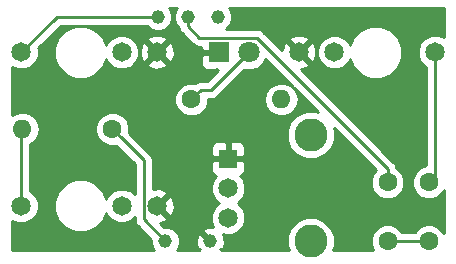
<source format=gbr>
G04 #@! TF.GenerationSoftware,KiCad,Pcbnew,(5.0.0)*
G04 #@! TF.CreationDate,2018-08-26T21:31:09+02:00*
G04 #@! TF.ProjectId,1u_lpg,31755F6C70672E6B696361645F706362,rev?*
G04 #@! TF.SameCoordinates,Original*
G04 #@! TF.FileFunction,Copper,L1,Top,Signal*
G04 #@! TF.FilePolarity,Positive*
%FSLAX46Y46*%
G04 Gerber Fmt 4.6, Leading zero omitted, Abs format (unit mm)*
G04 Created by KiCad (PCBNEW (5.0.0)) date 08/26/18 21:31:09*
%MOMM*%
%LPD*%
G01*
G04 APERTURE LIST*
G04 #@! TA.AperFunction,ComponentPad*
%ADD10C,1.150000*%
G04 #@! TD*
G04 #@! TA.AperFunction,ComponentPad*
%ADD11C,1.800000*%
G04 #@! TD*
G04 #@! TA.AperFunction,ComponentPad*
%ADD12R,1.800000X1.800000*%
G04 #@! TD*
G04 #@! TA.AperFunction,ComponentPad*
%ADD13C,1.648460*%
G04 #@! TD*
G04 #@! TA.AperFunction,ComponentPad*
%ADD14R,1.648460X1.648460*%
G04 #@! TD*
G04 #@! TA.AperFunction,ComponentPad*
%ADD15C,2.794000*%
G04 #@! TD*
G04 #@! TA.AperFunction,ComponentPad*
%ADD16C,1.600000*%
G04 #@! TD*
G04 #@! TA.AperFunction,ComponentPad*
%ADD17O,1.600000X1.600000*%
G04 #@! TD*
G04 #@! TA.AperFunction,Conductor*
%ADD18C,0.250000*%
G04 #@! TD*
G04 #@! TA.AperFunction,Conductor*
%ADD19C,0.254000*%
G04 #@! TD*
G04 APERTURE END LIST*
D10*
G04 #@! TO.P,U1,1*
G04 #@! TO.N,GND*
X17500000Y-20500000D03*
G04 #@! TO.P,U1,3*
G04 #@! TO.N,Net-(C2-Pad1)*
X18140000Y-1500000D03*
G04 #@! TO.P,U1,5*
G04 #@! TO.N,Net-(J_IN_1-PadP$1_TIP)*
X13060000Y-1500000D03*
G04 #@! TO.P,U1,2*
G04 #@! TO.N,Net-(R_VAC_1-Pad1)*
X13700000Y-20500000D03*
G04 #@! TO.P,U1,4*
G04 #@! TO.N,Net-(C1-Pad1)*
X15600000Y-1500000D03*
G04 #@! TD*
D11*
G04 #@! TO.P,D1,2*
G04 #@! TO.N,Net-(D1-Pad2)*
X20750000Y-4500000D03*
D12*
G04 #@! TO.P,D1,1*
G04 #@! TO.N,GND*
X18210000Y-4500000D03*
G04 #@! TD*
D13*
G04 #@! TO.P,J_CV_1,P$1_TIP*
G04 #@! TO.N,Net-(J_CV_1-PadP$1_TIP)*
X1501280Y-17500000D03*
G04 #@! TO.P,J_CV_1,P$2_SWITCH*
G04 #@! TO.N,N/C*
X9997580Y-17500000D03*
G04 #@! TO.P,J_CV_1,P$3_SLEEVE*
G04 #@! TO.N,GND*
X12999860Y-17500000D03*
G04 #@! TD*
G04 #@! TO.P,J_IN_1,P$3_SLEEVE*
G04 #@! TO.N,GND*
X12999860Y-4500000D03*
G04 #@! TO.P,J_IN_1,P$2_SWITCH*
G04 #@! TO.N,N/C*
X9997580Y-4500000D03*
G04 #@! TO.P,J_IN_1,P$1_TIP*
G04 #@! TO.N,Net-(J_IN_1-PadP$1_TIP)*
X1501280Y-4500000D03*
G04 #@! TD*
G04 #@! TO.P,J_OUT_1,P$1_TIP*
G04 #@! TO.N,Net-(C2-Pad1)*
X36498720Y-4500000D03*
G04 #@! TO.P,J_OUT_1,P$2_SWITCH*
G04 #@! TO.N,N/C*
X28002420Y-4500000D03*
G04 #@! TO.P,J_OUT_1,P$3_SLEEVE*
G04 #@! TO.N,GND*
X25000140Y-4500000D03*
G04 #@! TD*
D14*
G04 #@! TO.P,RV1,1*
G04 #@! TO.N,GND*
X19002300Y-13500640D03*
D13*
G04 #@! TO.P,RV1,2*
G04 #@! TO.N,Net-(C1-Pad2)*
X19002300Y-16000000D03*
G04 #@! TO.P,RV1,3*
G04 #@! TO.N,N/C*
X19002300Y-18499360D03*
D15*
G04 #@! TO.P,RV1,CHASSIS1*
X26000000Y-11501660D03*
G04 #@! TO.P,RV1,CHASSIS2*
X26000000Y-20498340D03*
G04 #@! TD*
D16*
G04 #@! TO.P,R_VAC_1,1*
G04 #@! TO.N,Net-(R_VAC_1-Pad1)*
X9200000Y-11000000D03*
D17*
G04 #@! TO.P,R_VAC_1,2*
G04 #@! TO.N,Net-(J_CV_1-PadP$1_TIP)*
X1580000Y-11000000D03*
G04 #@! TD*
G04 #@! TO.P,R_LED_1,2*
G04 #@! TO.N,Net-(J_CV_1-PadP$1_TIP)*
X23500000Y-8500000D03*
D16*
G04 #@! TO.P,R_LED_1,1*
G04 #@! TO.N,Net-(D1-Pad2)*
X15880000Y-8500000D03*
G04 #@! TD*
G04 #@! TO.P,C1,2*
G04 #@! TO.N,Net-(C1-Pad2)*
X32500000Y-20500000D03*
G04 #@! TO.P,C1,1*
G04 #@! TO.N,Net-(C1-Pad1)*
X32500000Y-15500000D03*
G04 #@! TD*
G04 #@! TO.P,C2,1*
G04 #@! TO.N,Net-(C2-Pad1)*
X36000000Y-15500000D03*
G04 #@! TO.P,C2,2*
G04 #@! TO.N,Net-(C1-Pad2)*
X36000000Y-20500000D03*
G04 #@! TD*
D18*
G04 #@! TO.N,Net-(C1-Pad2)*
X36000000Y-20500000D02*
X32500000Y-20500000D01*
G04 #@! TO.N,Net-(C1-Pad1)*
X32500000Y-14368630D02*
X32500000Y-15500000D01*
X21406369Y-3274999D02*
X32500000Y-14368630D01*
X16561827Y-3274999D02*
X21406369Y-3274999D01*
X15600000Y-2313172D02*
X16561827Y-3274999D01*
X15600000Y-1500000D02*
X15600000Y-2313172D01*
G04 #@! TO.N,Net-(D1-Pad2)*
X19850001Y-5399999D02*
X20750000Y-4500000D01*
X17549999Y-7700001D02*
X19850001Y-5399999D01*
X16679999Y-7700001D02*
X17549999Y-7700001D01*
X15880000Y-8500000D02*
X16679999Y-7700001D01*
G04 #@! TO.N,Net-(J_CV_1-PadP$1_TIP)*
X1501280Y-11078720D02*
X1580000Y-11000000D01*
X1501280Y-17500000D02*
X1501280Y-11078720D01*
G04 #@! TO.N,Net-(J_IN_1-PadP$1_TIP)*
X4501280Y-1500000D02*
X13060000Y-1500000D01*
X1501280Y-4500000D02*
X4501280Y-1500000D01*
G04 #@! TO.N,Net-(C2-Pad1)*
X36498720Y-15001280D02*
X36000000Y-15500000D01*
X36498720Y-4500000D02*
X36498720Y-15001280D01*
G04 #@! TO.N,Net-(R_VAC_1-Pad1)*
X9999999Y-11799999D02*
X9200000Y-11000000D01*
X11850629Y-13650629D02*
X9999999Y-11799999D01*
X11850629Y-18650629D02*
X11850629Y-13650629D01*
X13700000Y-20500000D02*
X11850629Y-18650629D01*
G04 #@! TD*
D19*
G04 #@! TO.N,GND*
G36*
X14574212Y-814590D02*
X14390000Y-1259316D01*
X14390000Y-1740684D01*
X14574212Y-2185410D01*
X14855687Y-2466885D01*
X14884097Y-2609709D01*
X15052072Y-2861101D01*
X15115528Y-2903501D01*
X15971497Y-3759471D01*
X16013898Y-3822928D01*
X16077354Y-3865328D01*
X16265289Y-3990903D01*
X16313432Y-4000479D01*
X16486975Y-4034999D01*
X16486979Y-4034999D01*
X16561827Y-4049887D01*
X16636675Y-4034999D01*
X16675000Y-4034999D01*
X16675000Y-4214250D01*
X16833750Y-4373000D01*
X18083000Y-4373000D01*
X18083000Y-4353000D01*
X18337000Y-4353000D01*
X18337000Y-4373000D01*
X18357000Y-4373000D01*
X18357000Y-4627000D01*
X18337000Y-4627000D01*
X18337000Y-4647000D01*
X18083000Y-4647000D01*
X18083000Y-4627000D01*
X16833750Y-4627000D01*
X16675000Y-4785750D01*
X16675000Y-5526310D01*
X16771673Y-5759699D01*
X16950302Y-5938327D01*
X17183691Y-6035000D01*
X17924250Y-6035000D01*
X18082998Y-5876252D01*
X18082998Y-6035000D01*
X18140198Y-6035000D01*
X17235198Y-6940001D01*
X16754845Y-6940001D01*
X16679998Y-6925113D01*
X16605151Y-6940001D01*
X16605147Y-6940001D01*
X16383462Y-6984097D01*
X16383460Y-6984098D01*
X16383461Y-6984098D01*
X16225283Y-7089788D01*
X16165439Y-7065000D01*
X15594561Y-7065000D01*
X15067138Y-7283466D01*
X14663466Y-7687138D01*
X14445000Y-8214561D01*
X14445000Y-8785439D01*
X14663466Y-9312862D01*
X15067138Y-9716534D01*
X15594561Y-9935000D01*
X16165439Y-9935000D01*
X16692862Y-9716534D01*
X17096534Y-9312862D01*
X17315000Y-8785439D01*
X17315000Y-8460001D01*
X17475152Y-8460001D01*
X17549999Y-8474889D01*
X17624846Y-8460001D01*
X17624851Y-8460001D01*
X17846536Y-8415905D01*
X18097928Y-8247930D01*
X18140330Y-8184471D01*
X20335162Y-5989640D01*
X20444670Y-6035000D01*
X21055330Y-6035000D01*
X21619507Y-5801310D01*
X22051310Y-5369507D01*
X22161076Y-5104508D01*
X24496648Y-7440080D01*
X24059909Y-7148260D01*
X23641333Y-7065000D01*
X23358667Y-7065000D01*
X22940091Y-7148260D01*
X22465423Y-7465423D01*
X22148260Y-7940091D01*
X22036887Y-8500000D01*
X22148260Y-9059909D01*
X22465423Y-9534577D01*
X22940091Y-9851740D01*
X23358667Y-9935000D01*
X23641333Y-9935000D01*
X24059909Y-9851740D01*
X24534577Y-9534577D01*
X24851740Y-9059909D01*
X24963113Y-8500000D01*
X24851740Y-7940091D01*
X24559920Y-7503352D01*
X26612522Y-9555954D01*
X26404190Y-9469660D01*
X25595810Y-9469660D01*
X24848965Y-9779014D01*
X24277354Y-10350625D01*
X23968000Y-11097470D01*
X23968000Y-11905850D01*
X24277354Y-12652695D01*
X24848965Y-13224306D01*
X25595810Y-13533660D01*
X26404190Y-13533660D01*
X27151035Y-13224306D01*
X27722646Y-12652695D01*
X28032000Y-11905850D01*
X28032000Y-11097470D01*
X27945706Y-10889138D01*
X31513586Y-14457018D01*
X31283466Y-14687138D01*
X31065000Y-15214561D01*
X31065000Y-15785439D01*
X31283466Y-16312862D01*
X31687138Y-16716534D01*
X32214561Y-16935000D01*
X32785439Y-16935000D01*
X33312862Y-16716534D01*
X33716534Y-16312862D01*
X33935000Y-15785439D01*
X33935000Y-15214561D01*
X33716534Y-14687138D01*
X33312862Y-14283466D01*
X33253018Y-14258678D01*
X33215904Y-14072093D01*
X33174102Y-14009532D01*
X33090329Y-13884156D01*
X33090327Y-13884154D01*
X33047929Y-13820701D01*
X32984476Y-13778303D01*
X25159589Y-5953418D01*
X25357474Y-5944270D01*
X25768721Y-5773926D01*
X25845830Y-5525295D01*
X25000140Y-4679605D01*
X24985998Y-4693748D01*
X24806393Y-4514143D01*
X24820535Y-4500000D01*
X25179745Y-4500000D01*
X26025435Y-5345690D01*
X26274066Y-5268581D01*
X26471217Y-4722565D01*
X26447511Y-4209741D01*
X26543190Y-4209741D01*
X26543190Y-4790259D01*
X26765345Y-5326587D01*
X27175833Y-5737075D01*
X27712161Y-5959230D01*
X28292679Y-5959230D01*
X28829007Y-5737075D01*
X29239495Y-5326587D01*
X29331366Y-5104791D01*
X29605259Y-5766026D01*
X30233974Y-6394741D01*
X31055431Y-6735000D01*
X31944569Y-6735000D01*
X32766026Y-6394741D01*
X33394741Y-5766026D01*
X33735000Y-4944569D01*
X33735000Y-4055431D01*
X33394741Y-3233974D01*
X32766026Y-2605259D01*
X31944569Y-2265000D01*
X31055431Y-2265000D01*
X30233974Y-2605259D01*
X29605259Y-3233974D01*
X29331366Y-3895209D01*
X29239495Y-3673413D01*
X28829007Y-3262925D01*
X28292679Y-3040770D01*
X27712161Y-3040770D01*
X27175833Y-3262925D01*
X26765345Y-3673413D01*
X26543190Y-4209741D01*
X26447511Y-4209741D01*
X26444410Y-4142666D01*
X26274066Y-3731419D01*
X26025435Y-3654310D01*
X25179745Y-4500000D01*
X24820535Y-4500000D01*
X23974845Y-3654310D01*
X23726214Y-3731419D01*
X23529063Y-4277435D01*
X23531266Y-4325095D01*
X22680876Y-3474705D01*
X24154450Y-3474705D01*
X25000140Y-4320395D01*
X25845830Y-3474705D01*
X25768721Y-3226074D01*
X25222705Y-3028923D01*
X24642806Y-3055730D01*
X24231559Y-3226074D01*
X24154450Y-3474705D01*
X22680876Y-3474705D01*
X21996700Y-2790529D01*
X21954298Y-2727070D01*
X21702906Y-2559095D01*
X21481221Y-2514999D01*
X21481216Y-2514999D01*
X21406369Y-2500111D01*
X21331522Y-2514999D01*
X18836199Y-2514999D01*
X19165788Y-2185410D01*
X19350000Y-1740684D01*
X19350000Y-1259316D01*
X19165788Y-814590D01*
X19086198Y-735000D01*
X37265001Y-735000D01*
X37265001Y-3237945D01*
X36788979Y-3040770D01*
X36208461Y-3040770D01*
X35672133Y-3262925D01*
X35261645Y-3673413D01*
X35039490Y-4209741D01*
X35039490Y-4790259D01*
X35261645Y-5326587D01*
X35672133Y-5737075D01*
X35738720Y-5764656D01*
X35738721Y-14065000D01*
X35714561Y-14065000D01*
X35187138Y-14283466D01*
X34783466Y-14687138D01*
X34565000Y-15214561D01*
X34565000Y-15785439D01*
X34783466Y-16312862D01*
X35187138Y-16716534D01*
X35714561Y-16935000D01*
X36285439Y-16935000D01*
X36812862Y-16716534D01*
X37216534Y-16312862D01*
X37265000Y-16195854D01*
X37265000Y-19804145D01*
X37216534Y-19687138D01*
X36812862Y-19283466D01*
X36285439Y-19065000D01*
X35714561Y-19065000D01*
X35187138Y-19283466D01*
X34783466Y-19687138D01*
X34761570Y-19740000D01*
X33738430Y-19740000D01*
X33716534Y-19687138D01*
X33312862Y-19283466D01*
X32785439Y-19065000D01*
X32214561Y-19065000D01*
X31687138Y-19283466D01*
X31283466Y-19687138D01*
X31065000Y-20214561D01*
X31065000Y-20785439D01*
X31263641Y-21265000D01*
X27881860Y-21265000D01*
X28032000Y-20902530D01*
X28032000Y-20094150D01*
X27722646Y-19347305D01*
X27151035Y-18775694D01*
X26404190Y-18466340D01*
X25595810Y-18466340D01*
X24848965Y-18775694D01*
X24277354Y-19347305D01*
X23968000Y-20094150D01*
X23968000Y-20902530D01*
X24118140Y-21265000D01*
X18444608Y-21265000D01*
X18344589Y-21164981D01*
X18567435Y-21118557D01*
X18722892Y-20662982D01*
X18692176Y-20182595D01*
X18576060Y-19902264D01*
X18712041Y-19958590D01*
X19292559Y-19958590D01*
X19828887Y-19736435D01*
X20239375Y-19325947D01*
X20461530Y-18789619D01*
X20461530Y-18209101D01*
X20239375Y-17672773D01*
X19828887Y-17262285D01*
X19798456Y-17249680D01*
X19828887Y-17237075D01*
X20239375Y-16826587D01*
X20461530Y-16290259D01*
X20461530Y-15709741D01*
X20239375Y-15173413D01*
X20004453Y-14938491D01*
X20186229Y-14863197D01*
X20364857Y-14684568D01*
X20461530Y-14451179D01*
X20461530Y-13786390D01*
X20302780Y-13627640D01*
X19129300Y-13627640D01*
X19129300Y-13647640D01*
X18875300Y-13647640D01*
X18875300Y-13627640D01*
X17701820Y-13627640D01*
X17543070Y-13786390D01*
X17543070Y-14451179D01*
X17639743Y-14684568D01*
X17818371Y-14863197D01*
X18000147Y-14938491D01*
X17765225Y-15173413D01*
X17543070Y-15709741D01*
X17543070Y-16290259D01*
X17765225Y-16826587D01*
X18175713Y-17237075D01*
X18206144Y-17249680D01*
X18175713Y-17262285D01*
X17765225Y-17672773D01*
X17543070Y-18209101D01*
X17543070Y-18789619D01*
X17758495Y-19309700D01*
X17662982Y-19277108D01*
X17182595Y-19307824D01*
X16881443Y-19432565D01*
X16835018Y-19655413D01*
X17500000Y-20320395D01*
X17514143Y-20306253D01*
X17693748Y-20485858D01*
X17679605Y-20500000D01*
X17693748Y-20514143D01*
X17514143Y-20693748D01*
X17500000Y-20679605D01*
X17485858Y-20693748D01*
X17306253Y-20514143D01*
X17320395Y-20500000D01*
X16655413Y-19835018D01*
X16432565Y-19881443D01*
X16277108Y-20337018D01*
X16307824Y-20817405D01*
X16432565Y-21118557D01*
X16655411Y-21164981D01*
X16555392Y-21265000D01*
X14646198Y-21265000D01*
X14725788Y-21185410D01*
X14910000Y-20740684D01*
X14910000Y-20259316D01*
X14725788Y-19814590D01*
X14385410Y-19474212D01*
X13940684Y-19290000D01*
X13564802Y-19290000D01*
X13225174Y-18950373D01*
X13357194Y-18944270D01*
X13768441Y-18773926D01*
X13845550Y-18525295D01*
X12999860Y-17679605D01*
X12985718Y-17693748D01*
X12806113Y-17514143D01*
X12820255Y-17500000D01*
X13179465Y-17500000D01*
X14025155Y-18345690D01*
X14273786Y-18268581D01*
X14470937Y-17722565D01*
X14444130Y-17142666D01*
X14273786Y-16731419D01*
X14025155Y-16654310D01*
X13179465Y-17500000D01*
X12820255Y-17500000D01*
X12806113Y-17485858D01*
X12985718Y-17306253D01*
X12999860Y-17320395D01*
X13845550Y-16474705D01*
X13768441Y-16226074D01*
X13222425Y-16028923D01*
X12642526Y-16055730D01*
X12610629Y-16068942D01*
X12610629Y-13725475D01*
X12625517Y-13650628D01*
X12610629Y-13575781D01*
X12610629Y-13575777D01*
X12566533Y-13354092D01*
X12398558Y-13102700D01*
X12335102Y-13060300D01*
X11824903Y-12550101D01*
X17543070Y-12550101D01*
X17543070Y-13214890D01*
X17701820Y-13373640D01*
X18875300Y-13373640D01*
X18875300Y-12200160D01*
X19129300Y-12200160D01*
X19129300Y-13373640D01*
X20302780Y-13373640D01*
X20461530Y-13214890D01*
X20461530Y-12550101D01*
X20364857Y-12316712D01*
X20186229Y-12138083D01*
X19952840Y-12041410D01*
X19288050Y-12041410D01*
X19129300Y-12200160D01*
X18875300Y-12200160D01*
X18716550Y-12041410D01*
X18051760Y-12041410D01*
X17818371Y-12138083D01*
X17639743Y-12316712D01*
X17543070Y-12550101D01*
X11824903Y-12550101D01*
X10613103Y-11338302D01*
X10635000Y-11285439D01*
X10635000Y-10714561D01*
X10416534Y-10187138D01*
X10012862Y-9783466D01*
X9485439Y-9565000D01*
X8914561Y-9565000D01*
X8387138Y-9783466D01*
X7983466Y-10187138D01*
X7765000Y-10714561D01*
X7765000Y-11285439D01*
X7983466Y-11812862D01*
X8387138Y-12216534D01*
X8914561Y-12435000D01*
X9485439Y-12435000D01*
X9538302Y-12413103D01*
X11090630Y-13965432D01*
X11090629Y-16529387D01*
X10824167Y-16262925D01*
X10287839Y-16040770D01*
X9707321Y-16040770D01*
X9170993Y-16262925D01*
X8760505Y-16673413D01*
X8668634Y-16895209D01*
X8394741Y-16233974D01*
X7766026Y-15605259D01*
X6944569Y-15265000D01*
X6055431Y-15265000D01*
X5233974Y-15605259D01*
X4605259Y-16233974D01*
X4265000Y-17055431D01*
X4265000Y-17944569D01*
X4605259Y-18766026D01*
X5233974Y-19394741D01*
X6055431Y-19735000D01*
X6944569Y-19735000D01*
X7766026Y-19394741D01*
X8394741Y-18766026D01*
X8668634Y-18104791D01*
X8760505Y-18326587D01*
X9170993Y-18737075D01*
X9707321Y-18959230D01*
X10287839Y-18959230D01*
X10824167Y-18737075D01*
X11090629Y-18470613D01*
X11090629Y-18575782D01*
X11075741Y-18650629D01*
X11090629Y-18725476D01*
X11090629Y-18725480D01*
X11134725Y-18947165D01*
X11302700Y-19198558D01*
X11366159Y-19240960D01*
X12490000Y-20364802D01*
X12490000Y-20740684D01*
X12674212Y-21185410D01*
X12753802Y-21265000D01*
X735000Y-21265000D01*
X735000Y-18762055D01*
X1211021Y-18959230D01*
X1791539Y-18959230D01*
X2327867Y-18737075D01*
X2738355Y-18326587D01*
X2960510Y-17790259D01*
X2960510Y-17209741D01*
X2738355Y-16673413D01*
X2327867Y-16262925D01*
X2261280Y-16235344D01*
X2261280Y-12270642D01*
X2614577Y-12034577D01*
X2931740Y-11559909D01*
X3043113Y-11000000D01*
X2931740Y-10440091D01*
X2614577Y-9965423D01*
X2139909Y-9648260D01*
X1721333Y-9565000D01*
X1438667Y-9565000D01*
X1020091Y-9648260D01*
X735000Y-9838752D01*
X735000Y-5762055D01*
X1211021Y-5959230D01*
X1791539Y-5959230D01*
X2327867Y-5737075D01*
X2738355Y-5326587D01*
X2960510Y-4790259D01*
X2960510Y-4209741D01*
X2932928Y-4143153D01*
X3020650Y-4055431D01*
X4265000Y-4055431D01*
X4265000Y-4944569D01*
X4605259Y-5766026D01*
X5233974Y-6394741D01*
X6055431Y-6735000D01*
X6944569Y-6735000D01*
X7766026Y-6394741D01*
X8394741Y-5766026D01*
X8668634Y-5104791D01*
X8760505Y-5326587D01*
X9170993Y-5737075D01*
X9707321Y-5959230D01*
X10287839Y-5959230D01*
X10824167Y-5737075D01*
X11035947Y-5525295D01*
X12154170Y-5525295D01*
X12231279Y-5773926D01*
X12777295Y-5971077D01*
X13357194Y-5944270D01*
X13768441Y-5773926D01*
X13845550Y-5525295D01*
X12999860Y-4679605D01*
X12154170Y-5525295D01*
X11035947Y-5525295D01*
X11234655Y-5326587D01*
X11456810Y-4790259D01*
X11456810Y-4277435D01*
X11528783Y-4277435D01*
X11555590Y-4857334D01*
X11725934Y-5268581D01*
X11974565Y-5345690D01*
X12820255Y-4500000D01*
X13179465Y-4500000D01*
X14025155Y-5345690D01*
X14273786Y-5268581D01*
X14470937Y-4722565D01*
X14444130Y-4142666D01*
X14273786Y-3731419D01*
X14025155Y-3654310D01*
X13179465Y-4500000D01*
X12820255Y-4500000D01*
X11974565Y-3654310D01*
X11725934Y-3731419D01*
X11528783Y-4277435D01*
X11456810Y-4277435D01*
X11456810Y-4209741D01*
X11234655Y-3673413D01*
X11035947Y-3474705D01*
X12154170Y-3474705D01*
X12999860Y-4320395D01*
X13845550Y-3474705D01*
X13768441Y-3226074D01*
X13222425Y-3028923D01*
X12642526Y-3055730D01*
X12231279Y-3226074D01*
X12154170Y-3474705D01*
X11035947Y-3474705D01*
X10824167Y-3262925D01*
X10287839Y-3040770D01*
X9707321Y-3040770D01*
X9170993Y-3262925D01*
X8760505Y-3673413D01*
X8668634Y-3895209D01*
X8394741Y-3233974D01*
X7766026Y-2605259D01*
X6944569Y-2265000D01*
X6055431Y-2265000D01*
X5233974Y-2605259D01*
X4605259Y-3233974D01*
X4265000Y-4055431D01*
X3020650Y-4055431D01*
X4816082Y-2260000D01*
X12108802Y-2260000D01*
X12374590Y-2525788D01*
X12819316Y-2710000D01*
X13300684Y-2710000D01*
X13745410Y-2525788D01*
X14085788Y-2185410D01*
X14270000Y-1740684D01*
X14270000Y-1259316D01*
X14085788Y-814590D01*
X14006198Y-735000D01*
X14653802Y-735000D01*
X14574212Y-814590D01*
X14574212Y-814590D01*
G37*
X14574212Y-814590D02*
X14390000Y-1259316D01*
X14390000Y-1740684D01*
X14574212Y-2185410D01*
X14855687Y-2466885D01*
X14884097Y-2609709D01*
X15052072Y-2861101D01*
X15115528Y-2903501D01*
X15971497Y-3759471D01*
X16013898Y-3822928D01*
X16077354Y-3865328D01*
X16265289Y-3990903D01*
X16313432Y-4000479D01*
X16486975Y-4034999D01*
X16486979Y-4034999D01*
X16561827Y-4049887D01*
X16636675Y-4034999D01*
X16675000Y-4034999D01*
X16675000Y-4214250D01*
X16833750Y-4373000D01*
X18083000Y-4373000D01*
X18083000Y-4353000D01*
X18337000Y-4353000D01*
X18337000Y-4373000D01*
X18357000Y-4373000D01*
X18357000Y-4627000D01*
X18337000Y-4627000D01*
X18337000Y-4647000D01*
X18083000Y-4647000D01*
X18083000Y-4627000D01*
X16833750Y-4627000D01*
X16675000Y-4785750D01*
X16675000Y-5526310D01*
X16771673Y-5759699D01*
X16950302Y-5938327D01*
X17183691Y-6035000D01*
X17924250Y-6035000D01*
X18082998Y-5876252D01*
X18082998Y-6035000D01*
X18140198Y-6035000D01*
X17235198Y-6940001D01*
X16754845Y-6940001D01*
X16679998Y-6925113D01*
X16605151Y-6940001D01*
X16605147Y-6940001D01*
X16383462Y-6984097D01*
X16383460Y-6984098D01*
X16383461Y-6984098D01*
X16225283Y-7089788D01*
X16165439Y-7065000D01*
X15594561Y-7065000D01*
X15067138Y-7283466D01*
X14663466Y-7687138D01*
X14445000Y-8214561D01*
X14445000Y-8785439D01*
X14663466Y-9312862D01*
X15067138Y-9716534D01*
X15594561Y-9935000D01*
X16165439Y-9935000D01*
X16692862Y-9716534D01*
X17096534Y-9312862D01*
X17315000Y-8785439D01*
X17315000Y-8460001D01*
X17475152Y-8460001D01*
X17549999Y-8474889D01*
X17624846Y-8460001D01*
X17624851Y-8460001D01*
X17846536Y-8415905D01*
X18097928Y-8247930D01*
X18140330Y-8184471D01*
X20335162Y-5989640D01*
X20444670Y-6035000D01*
X21055330Y-6035000D01*
X21619507Y-5801310D01*
X22051310Y-5369507D01*
X22161076Y-5104508D01*
X24496648Y-7440080D01*
X24059909Y-7148260D01*
X23641333Y-7065000D01*
X23358667Y-7065000D01*
X22940091Y-7148260D01*
X22465423Y-7465423D01*
X22148260Y-7940091D01*
X22036887Y-8500000D01*
X22148260Y-9059909D01*
X22465423Y-9534577D01*
X22940091Y-9851740D01*
X23358667Y-9935000D01*
X23641333Y-9935000D01*
X24059909Y-9851740D01*
X24534577Y-9534577D01*
X24851740Y-9059909D01*
X24963113Y-8500000D01*
X24851740Y-7940091D01*
X24559920Y-7503352D01*
X26612522Y-9555954D01*
X26404190Y-9469660D01*
X25595810Y-9469660D01*
X24848965Y-9779014D01*
X24277354Y-10350625D01*
X23968000Y-11097470D01*
X23968000Y-11905850D01*
X24277354Y-12652695D01*
X24848965Y-13224306D01*
X25595810Y-13533660D01*
X26404190Y-13533660D01*
X27151035Y-13224306D01*
X27722646Y-12652695D01*
X28032000Y-11905850D01*
X28032000Y-11097470D01*
X27945706Y-10889138D01*
X31513586Y-14457018D01*
X31283466Y-14687138D01*
X31065000Y-15214561D01*
X31065000Y-15785439D01*
X31283466Y-16312862D01*
X31687138Y-16716534D01*
X32214561Y-16935000D01*
X32785439Y-16935000D01*
X33312862Y-16716534D01*
X33716534Y-16312862D01*
X33935000Y-15785439D01*
X33935000Y-15214561D01*
X33716534Y-14687138D01*
X33312862Y-14283466D01*
X33253018Y-14258678D01*
X33215904Y-14072093D01*
X33174102Y-14009532D01*
X33090329Y-13884156D01*
X33090327Y-13884154D01*
X33047929Y-13820701D01*
X32984476Y-13778303D01*
X25159589Y-5953418D01*
X25357474Y-5944270D01*
X25768721Y-5773926D01*
X25845830Y-5525295D01*
X25000140Y-4679605D01*
X24985998Y-4693748D01*
X24806393Y-4514143D01*
X24820535Y-4500000D01*
X25179745Y-4500000D01*
X26025435Y-5345690D01*
X26274066Y-5268581D01*
X26471217Y-4722565D01*
X26447511Y-4209741D01*
X26543190Y-4209741D01*
X26543190Y-4790259D01*
X26765345Y-5326587D01*
X27175833Y-5737075D01*
X27712161Y-5959230D01*
X28292679Y-5959230D01*
X28829007Y-5737075D01*
X29239495Y-5326587D01*
X29331366Y-5104791D01*
X29605259Y-5766026D01*
X30233974Y-6394741D01*
X31055431Y-6735000D01*
X31944569Y-6735000D01*
X32766026Y-6394741D01*
X33394741Y-5766026D01*
X33735000Y-4944569D01*
X33735000Y-4055431D01*
X33394741Y-3233974D01*
X32766026Y-2605259D01*
X31944569Y-2265000D01*
X31055431Y-2265000D01*
X30233974Y-2605259D01*
X29605259Y-3233974D01*
X29331366Y-3895209D01*
X29239495Y-3673413D01*
X28829007Y-3262925D01*
X28292679Y-3040770D01*
X27712161Y-3040770D01*
X27175833Y-3262925D01*
X26765345Y-3673413D01*
X26543190Y-4209741D01*
X26447511Y-4209741D01*
X26444410Y-4142666D01*
X26274066Y-3731419D01*
X26025435Y-3654310D01*
X25179745Y-4500000D01*
X24820535Y-4500000D01*
X23974845Y-3654310D01*
X23726214Y-3731419D01*
X23529063Y-4277435D01*
X23531266Y-4325095D01*
X22680876Y-3474705D01*
X24154450Y-3474705D01*
X25000140Y-4320395D01*
X25845830Y-3474705D01*
X25768721Y-3226074D01*
X25222705Y-3028923D01*
X24642806Y-3055730D01*
X24231559Y-3226074D01*
X24154450Y-3474705D01*
X22680876Y-3474705D01*
X21996700Y-2790529D01*
X21954298Y-2727070D01*
X21702906Y-2559095D01*
X21481221Y-2514999D01*
X21481216Y-2514999D01*
X21406369Y-2500111D01*
X21331522Y-2514999D01*
X18836199Y-2514999D01*
X19165788Y-2185410D01*
X19350000Y-1740684D01*
X19350000Y-1259316D01*
X19165788Y-814590D01*
X19086198Y-735000D01*
X37265001Y-735000D01*
X37265001Y-3237945D01*
X36788979Y-3040770D01*
X36208461Y-3040770D01*
X35672133Y-3262925D01*
X35261645Y-3673413D01*
X35039490Y-4209741D01*
X35039490Y-4790259D01*
X35261645Y-5326587D01*
X35672133Y-5737075D01*
X35738720Y-5764656D01*
X35738721Y-14065000D01*
X35714561Y-14065000D01*
X35187138Y-14283466D01*
X34783466Y-14687138D01*
X34565000Y-15214561D01*
X34565000Y-15785439D01*
X34783466Y-16312862D01*
X35187138Y-16716534D01*
X35714561Y-16935000D01*
X36285439Y-16935000D01*
X36812862Y-16716534D01*
X37216534Y-16312862D01*
X37265000Y-16195854D01*
X37265000Y-19804145D01*
X37216534Y-19687138D01*
X36812862Y-19283466D01*
X36285439Y-19065000D01*
X35714561Y-19065000D01*
X35187138Y-19283466D01*
X34783466Y-19687138D01*
X34761570Y-19740000D01*
X33738430Y-19740000D01*
X33716534Y-19687138D01*
X33312862Y-19283466D01*
X32785439Y-19065000D01*
X32214561Y-19065000D01*
X31687138Y-19283466D01*
X31283466Y-19687138D01*
X31065000Y-20214561D01*
X31065000Y-20785439D01*
X31263641Y-21265000D01*
X27881860Y-21265000D01*
X28032000Y-20902530D01*
X28032000Y-20094150D01*
X27722646Y-19347305D01*
X27151035Y-18775694D01*
X26404190Y-18466340D01*
X25595810Y-18466340D01*
X24848965Y-18775694D01*
X24277354Y-19347305D01*
X23968000Y-20094150D01*
X23968000Y-20902530D01*
X24118140Y-21265000D01*
X18444608Y-21265000D01*
X18344589Y-21164981D01*
X18567435Y-21118557D01*
X18722892Y-20662982D01*
X18692176Y-20182595D01*
X18576060Y-19902264D01*
X18712041Y-19958590D01*
X19292559Y-19958590D01*
X19828887Y-19736435D01*
X20239375Y-19325947D01*
X20461530Y-18789619D01*
X20461530Y-18209101D01*
X20239375Y-17672773D01*
X19828887Y-17262285D01*
X19798456Y-17249680D01*
X19828887Y-17237075D01*
X20239375Y-16826587D01*
X20461530Y-16290259D01*
X20461530Y-15709741D01*
X20239375Y-15173413D01*
X20004453Y-14938491D01*
X20186229Y-14863197D01*
X20364857Y-14684568D01*
X20461530Y-14451179D01*
X20461530Y-13786390D01*
X20302780Y-13627640D01*
X19129300Y-13627640D01*
X19129300Y-13647640D01*
X18875300Y-13647640D01*
X18875300Y-13627640D01*
X17701820Y-13627640D01*
X17543070Y-13786390D01*
X17543070Y-14451179D01*
X17639743Y-14684568D01*
X17818371Y-14863197D01*
X18000147Y-14938491D01*
X17765225Y-15173413D01*
X17543070Y-15709741D01*
X17543070Y-16290259D01*
X17765225Y-16826587D01*
X18175713Y-17237075D01*
X18206144Y-17249680D01*
X18175713Y-17262285D01*
X17765225Y-17672773D01*
X17543070Y-18209101D01*
X17543070Y-18789619D01*
X17758495Y-19309700D01*
X17662982Y-19277108D01*
X17182595Y-19307824D01*
X16881443Y-19432565D01*
X16835018Y-19655413D01*
X17500000Y-20320395D01*
X17514143Y-20306253D01*
X17693748Y-20485858D01*
X17679605Y-20500000D01*
X17693748Y-20514143D01*
X17514143Y-20693748D01*
X17500000Y-20679605D01*
X17485858Y-20693748D01*
X17306253Y-20514143D01*
X17320395Y-20500000D01*
X16655413Y-19835018D01*
X16432565Y-19881443D01*
X16277108Y-20337018D01*
X16307824Y-20817405D01*
X16432565Y-21118557D01*
X16655411Y-21164981D01*
X16555392Y-21265000D01*
X14646198Y-21265000D01*
X14725788Y-21185410D01*
X14910000Y-20740684D01*
X14910000Y-20259316D01*
X14725788Y-19814590D01*
X14385410Y-19474212D01*
X13940684Y-19290000D01*
X13564802Y-19290000D01*
X13225174Y-18950373D01*
X13357194Y-18944270D01*
X13768441Y-18773926D01*
X13845550Y-18525295D01*
X12999860Y-17679605D01*
X12985718Y-17693748D01*
X12806113Y-17514143D01*
X12820255Y-17500000D01*
X13179465Y-17500000D01*
X14025155Y-18345690D01*
X14273786Y-18268581D01*
X14470937Y-17722565D01*
X14444130Y-17142666D01*
X14273786Y-16731419D01*
X14025155Y-16654310D01*
X13179465Y-17500000D01*
X12820255Y-17500000D01*
X12806113Y-17485858D01*
X12985718Y-17306253D01*
X12999860Y-17320395D01*
X13845550Y-16474705D01*
X13768441Y-16226074D01*
X13222425Y-16028923D01*
X12642526Y-16055730D01*
X12610629Y-16068942D01*
X12610629Y-13725475D01*
X12625517Y-13650628D01*
X12610629Y-13575781D01*
X12610629Y-13575777D01*
X12566533Y-13354092D01*
X12398558Y-13102700D01*
X12335102Y-13060300D01*
X11824903Y-12550101D01*
X17543070Y-12550101D01*
X17543070Y-13214890D01*
X17701820Y-13373640D01*
X18875300Y-13373640D01*
X18875300Y-12200160D01*
X19129300Y-12200160D01*
X19129300Y-13373640D01*
X20302780Y-13373640D01*
X20461530Y-13214890D01*
X20461530Y-12550101D01*
X20364857Y-12316712D01*
X20186229Y-12138083D01*
X19952840Y-12041410D01*
X19288050Y-12041410D01*
X19129300Y-12200160D01*
X18875300Y-12200160D01*
X18716550Y-12041410D01*
X18051760Y-12041410D01*
X17818371Y-12138083D01*
X17639743Y-12316712D01*
X17543070Y-12550101D01*
X11824903Y-12550101D01*
X10613103Y-11338302D01*
X10635000Y-11285439D01*
X10635000Y-10714561D01*
X10416534Y-10187138D01*
X10012862Y-9783466D01*
X9485439Y-9565000D01*
X8914561Y-9565000D01*
X8387138Y-9783466D01*
X7983466Y-10187138D01*
X7765000Y-10714561D01*
X7765000Y-11285439D01*
X7983466Y-11812862D01*
X8387138Y-12216534D01*
X8914561Y-12435000D01*
X9485439Y-12435000D01*
X9538302Y-12413103D01*
X11090630Y-13965432D01*
X11090629Y-16529387D01*
X10824167Y-16262925D01*
X10287839Y-16040770D01*
X9707321Y-16040770D01*
X9170993Y-16262925D01*
X8760505Y-16673413D01*
X8668634Y-16895209D01*
X8394741Y-16233974D01*
X7766026Y-15605259D01*
X6944569Y-15265000D01*
X6055431Y-15265000D01*
X5233974Y-15605259D01*
X4605259Y-16233974D01*
X4265000Y-17055431D01*
X4265000Y-17944569D01*
X4605259Y-18766026D01*
X5233974Y-19394741D01*
X6055431Y-19735000D01*
X6944569Y-19735000D01*
X7766026Y-19394741D01*
X8394741Y-18766026D01*
X8668634Y-18104791D01*
X8760505Y-18326587D01*
X9170993Y-18737075D01*
X9707321Y-18959230D01*
X10287839Y-18959230D01*
X10824167Y-18737075D01*
X11090629Y-18470613D01*
X11090629Y-18575782D01*
X11075741Y-18650629D01*
X11090629Y-18725476D01*
X11090629Y-18725480D01*
X11134725Y-18947165D01*
X11302700Y-19198558D01*
X11366159Y-19240960D01*
X12490000Y-20364802D01*
X12490000Y-20740684D01*
X12674212Y-21185410D01*
X12753802Y-21265000D01*
X735000Y-21265000D01*
X735000Y-18762055D01*
X1211021Y-18959230D01*
X1791539Y-18959230D01*
X2327867Y-18737075D01*
X2738355Y-18326587D01*
X2960510Y-17790259D01*
X2960510Y-17209741D01*
X2738355Y-16673413D01*
X2327867Y-16262925D01*
X2261280Y-16235344D01*
X2261280Y-12270642D01*
X2614577Y-12034577D01*
X2931740Y-11559909D01*
X3043113Y-11000000D01*
X2931740Y-10440091D01*
X2614577Y-9965423D01*
X2139909Y-9648260D01*
X1721333Y-9565000D01*
X1438667Y-9565000D01*
X1020091Y-9648260D01*
X735000Y-9838752D01*
X735000Y-5762055D01*
X1211021Y-5959230D01*
X1791539Y-5959230D01*
X2327867Y-5737075D01*
X2738355Y-5326587D01*
X2960510Y-4790259D01*
X2960510Y-4209741D01*
X2932928Y-4143153D01*
X3020650Y-4055431D01*
X4265000Y-4055431D01*
X4265000Y-4944569D01*
X4605259Y-5766026D01*
X5233974Y-6394741D01*
X6055431Y-6735000D01*
X6944569Y-6735000D01*
X7766026Y-6394741D01*
X8394741Y-5766026D01*
X8668634Y-5104791D01*
X8760505Y-5326587D01*
X9170993Y-5737075D01*
X9707321Y-5959230D01*
X10287839Y-5959230D01*
X10824167Y-5737075D01*
X11035947Y-5525295D01*
X12154170Y-5525295D01*
X12231279Y-5773926D01*
X12777295Y-5971077D01*
X13357194Y-5944270D01*
X13768441Y-5773926D01*
X13845550Y-5525295D01*
X12999860Y-4679605D01*
X12154170Y-5525295D01*
X11035947Y-5525295D01*
X11234655Y-5326587D01*
X11456810Y-4790259D01*
X11456810Y-4277435D01*
X11528783Y-4277435D01*
X11555590Y-4857334D01*
X11725934Y-5268581D01*
X11974565Y-5345690D01*
X12820255Y-4500000D01*
X13179465Y-4500000D01*
X14025155Y-5345690D01*
X14273786Y-5268581D01*
X14470937Y-4722565D01*
X14444130Y-4142666D01*
X14273786Y-3731419D01*
X14025155Y-3654310D01*
X13179465Y-4500000D01*
X12820255Y-4500000D01*
X11974565Y-3654310D01*
X11725934Y-3731419D01*
X11528783Y-4277435D01*
X11456810Y-4277435D01*
X11456810Y-4209741D01*
X11234655Y-3673413D01*
X11035947Y-3474705D01*
X12154170Y-3474705D01*
X12999860Y-4320395D01*
X13845550Y-3474705D01*
X13768441Y-3226074D01*
X13222425Y-3028923D01*
X12642526Y-3055730D01*
X12231279Y-3226074D01*
X12154170Y-3474705D01*
X11035947Y-3474705D01*
X10824167Y-3262925D01*
X10287839Y-3040770D01*
X9707321Y-3040770D01*
X9170993Y-3262925D01*
X8760505Y-3673413D01*
X8668634Y-3895209D01*
X8394741Y-3233974D01*
X7766026Y-2605259D01*
X6944569Y-2265000D01*
X6055431Y-2265000D01*
X5233974Y-2605259D01*
X4605259Y-3233974D01*
X4265000Y-4055431D01*
X3020650Y-4055431D01*
X4816082Y-2260000D01*
X12108802Y-2260000D01*
X12374590Y-2525788D01*
X12819316Y-2710000D01*
X13300684Y-2710000D01*
X13745410Y-2525788D01*
X14085788Y-2185410D01*
X14270000Y-1740684D01*
X14270000Y-1259316D01*
X14085788Y-814590D01*
X14006198Y-735000D01*
X14653802Y-735000D01*
X14574212Y-814590D01*
G04 #@! TD*
M02*

</source>
